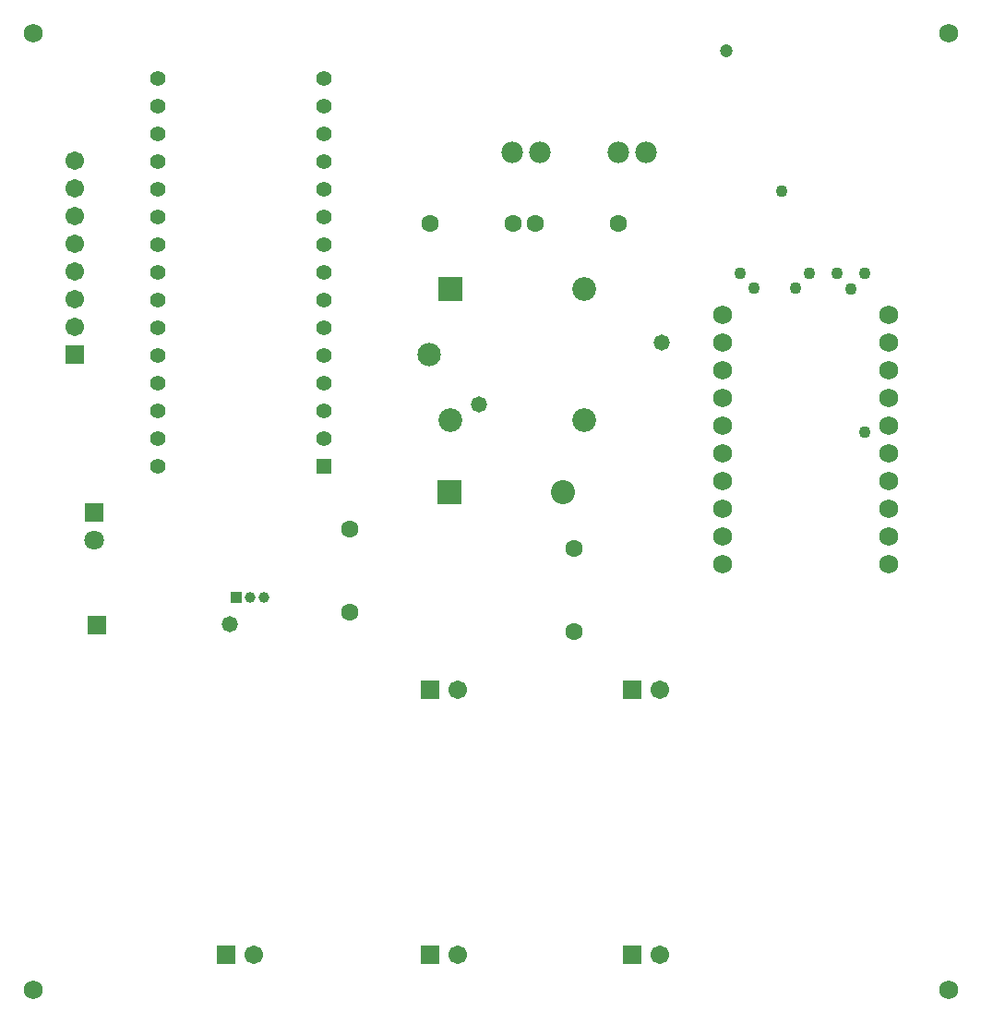
<source format=gbs>
G04*
G04 #@! TF.GenerationSoftware,Altium Limited,Altium Designer,22.5.1 (42)*
G04*
G04 Layer_Color=16711935*
%FSLAX44Y44*%
%MOMM*%
G71*
G04*
G04 #@! TF.SameCoordinates,B077D55B-57A0-4187-A1B5-AB18AB574598*
G04*
G04*
G04 #@! TF.FilePolarity,Negative*
G04*
G01*
G75*
%ADD19R,1.8032X1.8032*%
%ADD20C,1.8032*%
%ADD21C,1.7032*%
%ADD22R,1.7032X1.7032*%
%ADD23C,1.4140*%
%ADD24R,1.4140X1.4140*%
%ADD25C,2.1832*%
%ADD26R,2.2032X2.2032*%
%ADD27C,2.2032*%
%ADD28C,1.0032*%
%ADD29R,1.0032X1.0032*%
%ADD30C,1.7272*%
%ADD31C,1.2032*%
%ADD32R,1.7032X1.7032*%
%ADD33C,2.1382*%
%ADD34R,2.1832X2.1832*%
%ADD35C,1.9812*%
%ADD36C,1.6032*%
%ADD37C,1.4732*%
%ADD38C,1.1032*%
D19*
X78740Y454660D02*
D03*
X81280Y351790D02*
D03*
D20*
X78740Y429260D02*
D03*
D21*
X412750Y292100D02*
D03*
X225662Y49618D02*
D03*
X412352D02*
D03*
X597772D02*
D03*
Y292188D02*
D03*
X60960Y624840D02*
D03*
Y650240D02*
D03*
Y675640D02*
D03*
Y701040D02*
D03*
Y726440D02*
D03*
Y751840D02*
D03*
Y777240D02*
D03*
D22*
X387350Y292100D02*
D03*
X200262Y49618D02*
D03*
X386952D02*
D03*
X572372D02*
D03*
Y292188D02*
D03*
D23*
X137160Y497205D02*
D03*
Y522605D02*
D03*
Y548005D02*
D03*
Y573405D02*
D03*
Y598805D02*
D03*
Y624205D02*
D03*
Y649605D02*
D03*
Y675005D02*
D03*
Y700405D02*
D03*
Y725805D02*
D03*
Y751205D02*
D03*
Y776605D02*
D03*
Y802005D02*
D03*
Y827405D02*
D03*
Y852805D02*
D03*
X289560D02*
D03*
Y827405D02*
D03*
Y802005D02*
D03*
Y776605D02*
D03*
Y751205D02*
D03*
Y725805D02*
D03*
Y700405D02*
D03*
Y675005D02*
D03*
Y649605D02*
D03*
Y624205D02*
D03*
Y598805D02*
D03*
Y573405D02*
D03*
Y548005D02*
D03*
Y522605D02*
D03*
D24*
Y497205D02*
D03*
D25*
X528360Y539440D02*
D03*
Y659440D02*
D03*
X406360Y539440D02*
D03*
D26*
X404900Y473710D02*
D03*
D27*
X509500D02*
D03*
D28*
X234950Y377190D02*
D03*
X222250D02*
D03*
D29*
X209550D02*
D03*
D30*
X655320Y636270D02*
D03*
Y610870D02*
D03*
Y585470D02*
D03*
Y560070D02*
D03*
Y534670D02*
D03*
Y509270D02*
D03*
Y483870D02*
D03*
Y458470D02*
D03*
Y433070D02*
D03*
Y407670D02*
D03*
X807720D02*
D03*
Y433070D02*
D03*
Y458470D02*
D03*
Y483870D02*
D03*
Y509270D02*
D03*
Y534670D02*
D03*
Y560070D02*
D03*
Y585470D02*
D03*
Y610870D02*
D03*
Y636270D02*
D03*
X862860Y16870D02*
D03*
Y894080D02*
D03*
X22860Y16870D02*
D03*
Y894080D02*
D03*
D31*
X659130Y878380D02*
D03*
D32*
X60960Y599440D02*
D03*
D33*
X386360D02*
D03*
D34*
X406360Y659440D02*
D03*
D35*
X585470Y784860D02*
D03*
X560070D02*
D03*
X462280D02*
D03*
X487680D02*
D03*
D36*
X313690Y439420D02*
D03*
Y363220D02*
D03*
X519430Y421640D02*
D03*
Y345440D02*
D03*
X560070Y720090D02*
D03*
X483870D02*
D03*
X463550D02*
D03*
X387350D02*
D03*
D37*
X203850Y352410D02*
D03*
X599440Y610870D02*
D03*
X431800Y553720D02*
D03*
D38*
X786130Y528320D02*
D03*
X773290Y659593D02*
D03*
X786130Y674370D02*
D03*
X722630Y660400D02*
D03*
X684530D02*
D03*
X671830Y674370D02*
D03*
X709930Y749300D02*
D03*
X735330Y674370D02*
D03*
X760730D02*
D03*
M02*

</source>
